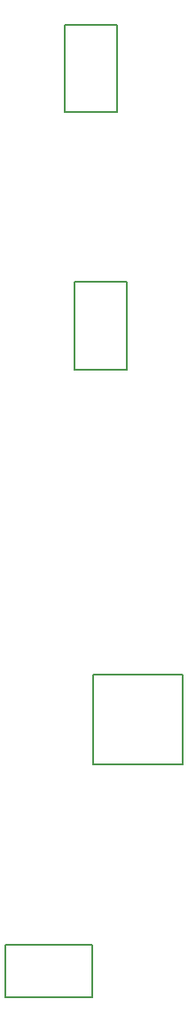
<source format=gbr>
G04*
G04 #@! TF.GenerationSoftware,Altium Limited,Altium Designer,23.9.2 (47)*
G04*
G04 Layer_Color=8388736*
%FSLAX44Y44*%
%MOMM*%
G71*
G04*
G04 #@! TF.SameCoordinates,DC7A7723-1311-43B5-9009-1713E082842B*
G04*
G04*
G04 #@! TF.FilePolarity,Positive*
G04*
G01*
G75*
%ADD11C,0.2000*%
D11*
X-451500Y105000D02*
X-368500D01*
X-451500D02*
Y155000D01*
X-368500D01*
Y105000D02*
Y155000D01*
X-386000Y703500D02*
Y786500D01*
X-336000D01*
Y703500D02*
Y786500D01*
X-386000Y703500D02*
X-336000D01*
X-367500Y327500D02*
Y412500D01*
Y327500D02*
X-282500D01*
Y412500D01*
X-367500D02*
X-282500D01*
X-395000Y948500D02*
X-345000D01*
Y1031500D01*
X-395000D02*
X-345000D01*
X-395000Y948500D02*
Y1031500D01*
M02*

</source>
